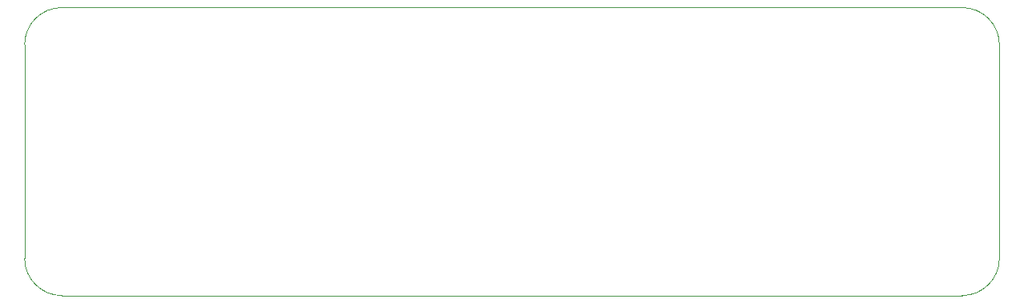
<source format=gbr>
G04 #@! TF.GenerationSoftware,KiCad,Pcbnew,(5.1.5-0)*
G04 #@! TF.CreationDate,2021-01-21T22:08:09-07:00*
G04 #@! TF.ProjectId,front_panel,66726f6e-745f-4706-916e-656c2e6b6963,rev?*
G04 #@! TF.SameCoordinates,Original*
G04 #@! TF.FileFunction,Profile,NP*
%FSLAX46Y46*%
G04 Gerber Fmt 4.6, Leading zero omitted, Abs format (unit mm)*
G04 Created by KiCad (PCBNEW (5.1.5-0)) date 2021-01-21 22:08:09*
%MOMM*%
%LPD*%
G04 APERTURE LIST*
%ADD10C,0.050000*%
G04 APERTURE END LIST*
D10*
X100000000Y-96065000D02*
G75*
G03X96065000Y-100000000I0J-3935000D01*
G01*
X100000000Y-96065000D02*
X195130000Y-96065000D01*
X199065000Y-100000000D02*
G75*
G03X195130000Y-96065000I-3935000J0D01*
G01*
X199065000Y-100000000D02*
X199065000Y-122630000D01*
X195130000Y-126565000D02*
G75*
G03X199065000Y-122630000I0J3935000D01*
G01*
X195130000Y-126565000D02*
X100000000Y-126565000D01*
X96065000Y-122630000D02*
G75*
G03X100000000Y-126565000I3935000J0D01*
G01*
X96065000Y-122630000D02*
X96065000Y-100000000D01*
M02*

</source>
